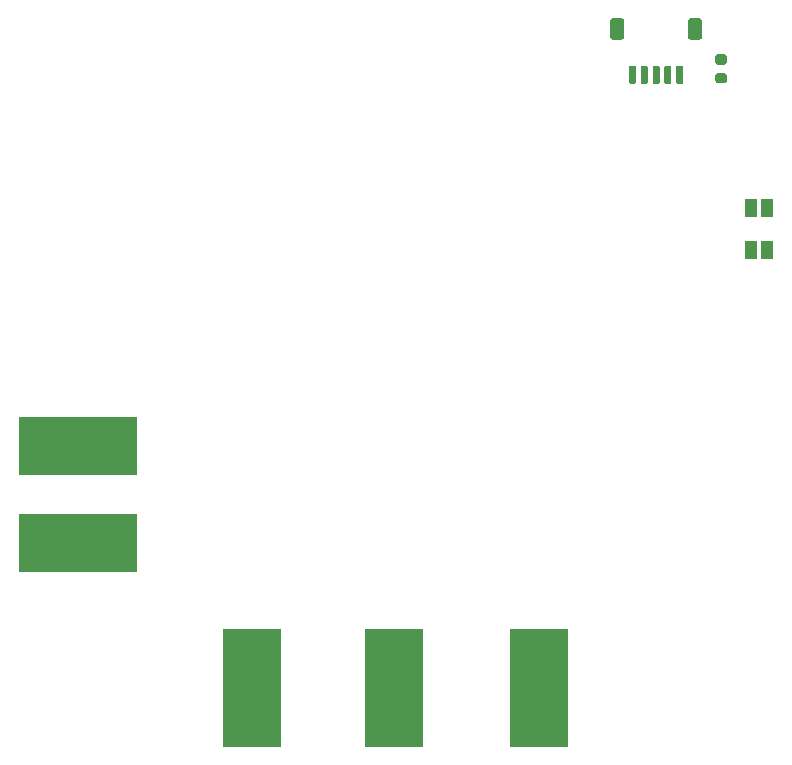
<source format=gbr>
G04 #@! TF.GenerationSoftware,KiCad,Pcbnew,(5.1.2)-2*
G04 #@! TF.CreationDate,2020-04-08T13:50:03-07:00*
G04 #@! TF.ProjectId,flatmcu,666c6174-6d63-4752-9e6b-696361645f70,rev?*
G04 #@! TF.SameCoordinates,PX1312d00PY1312d00*
G04 #@! TF.FileFunction,Paste,Bot*
G04 #@! TF.FilePolarity,Positive*
%FSLAX46Y46*%
G04 Gerber Fmt 4.6, Leading zero omitted, Abs format (unit mm)*
G04 Created by KiCad (PCBNEW (5.1.2)-2) date 2020-04-08 13:50:03*
%MOMM*%
%LPD*%
G04 APERTURE LIST*
%ADD10C,0.100000*%
%ADD11C,1.200000*%
%ADD12C,0.600000*%
%ADD13C,0.875000*%
%ADD14R,1.000000X1.500000*%
%ADD15R,5.000000X10.000000*%
%ADD16R,10.000000X5.000000*%
G04 APERTURE END LIST*
D10*
G36*
X63424505Y-5876204D02*
G01*
X63448773Y-5879804D01*
X63472572Y-5885765D01*
X63495671Y-5894030D01*
X63517850Y-5904520D01*
X63538893Y-5917132D01*
X63558599Y-5931747D01*
X63576777Y-5948223D01*
X63593253Y-5966401D01*
X63607868Y-5986107D01*
X63620480Y-6007150D01*
X63630970Y-6029329D01*
X63639235Y-6052428D01*
X63645196Y-6076227D01*
X63648796Y-6100495D01*
X63650000Y-6124999D01*
X63650000Y-7425001D01*
X63648796Y-7449505D01*
X63645196Y-7473773D01*
X63639235Y-7497572D01*
X63630970Y-7520671D01*
X63620480Y-7542850D01*
X63607868Y-7563893D01*
X63593253Y-7583599D01*
X63576777Y-7601777D01*
X63558599Y-7618253D01*
X63538893Y-7632868D01*
X63517850Y-7645480D01*
X63495671Y-7655970D01*
X63472572Y-7664235D01*
X63448773Y-7670196D01*
X63424505Y-7673796D01*
X63400001Y-7675000D01*
X62699999Y-7675000D01*
X62675495Y-7673796D01*
X62651227Y-7670196D01*
X62627428Y-7664235D01*
X62604329Y-7655970D01*
X62582150Y-7645480D01*
X62561107Y-7632868D01*
X62541401Y-7618253D01*
X62523223Y-7601777D01*
X62506747Y-7583599D01*
X62492132Y-7563893D01*
X62479520Y-7542850D01*
X62469030Y-7520671D01*
X62460765Y-7497572D01*
X62454804Y-7473773D01*
X62451204Y-7449505D01*
X62450000Y-7425001D01*
X62450000Y-6124999D01*
X62451204Y-6100495D01*
X62454804Y-6076227D01*
X62460765Y-6052428D01*
X62469030Y-6029329D01*
X62479520Y-6007150D01*
X62492132Y-5986107D01*
X62506747Y-5966401D01*
X62523223Y-5948223D01*
X62541401Y-5931747D01*
X62561107Y-5917132D01*
X62582150Y-5904520D01*
X62604329Y-5894030D01*
X62627428Y-5885765D01*
X62651227Y-5879804D01*
X62675495Y-5876204D01*
X62699999Y-5875000D01*
X63400001Y-5875000D01*
X63424505Y-5876204D01*
X63424505Y-5876204D01*
G37*
D11*
X63050000Y-6775000D03*
D10*
G36*
X56824505Y-5876204D02*
G01*
X56848773Y-5879804D01*
X56872572Y-5885765D01*
X56895671Y-5894030D01*
X56917850Y-5904520D01*
X56938893Y-5917132D01*
X56958599Y-5931747D01*
X56976777Y-5948223D01*
X56993253Y-5966401D01*
X57007868Y-5986107D01*
X57020480Y-6007150D01*
X57030970Y-6029329D01*
X57039235Y-6052428D01*
X57045196Y-6076227D01*
X57048796Y-6100495D01*
X57050000Y-6124999D01*
X57050000Y-7425001D01*
X57048796Y-7449505D01*
X57045196Y-7473773D01*
X57039235Y-7497572D01*
X57030970Y-7520671D01*
X57020480Y-7542850D01*
X57007868Y-7563893D01*
X56993253Y-7583599D01*
X56976777Y-7601777D01*
X56958599Y-7618253D01*
X56938893Y-7632868D01*
X56917850Y-7645480D01*
X56895671Y-7655970D01*
X56872572Y-7664235D01*
X56848773Y-7670196D01*
X56824505Y-7673796D01*
X56800001Y-7675000D01*
X56099999Y-7675000D01*
X56075495Y-7673796D01*
X56051227Y-7670196D01*
X56027428Y-7664235D01*
X56004329Y-7655970D01*
X55982150Y-7645480D01*
X55961107Y-7632868D01*
X55941401Y-7618253D01*
X55923223Y-7601777D01*
X55906747Y-7583599D01*
X55892132Y-7563893D01*
X55879520Y-7542850D01*
X55869030Y-7520671D01*
X55860765Y-7497572D01*
X55854804Y-7473773D01*
X55851204Y-7449505D01*
X55850000Y-7425001D01*
X55850000Y-6124999D01*
X55851204Y-6100495D01*
X55854804Y-6076227D01*
X55860765Y-6052428D01*
X55869030Y-6029329D01*
X55879520Y-6007150D01*
X55892132Y-5986107D01*
X55906747Y-5966401D01*
X55923223Y-5948223D01*
X55941401Y-5931747D01*
X55961107Y-5917132D01*
X55982150Y-5904520D01*
X56004329Y-5894030D01*
X56027428Y-5885765D01*
X56051227Y-5879804D01*
X56075495Y-5876204D01*
X56099999Y-5875000D01*
X56800001Y-5875000D01*
X56824505Y-5876204D01*
X56824505Y-5876204D01*
G37*
D11*
X56450000Y-6775000D03*
D10*
G36*
X61914703Y-9875722D02*
G01*
X61929264Y-9877882D01*
X61943543Y-9881459D01*
X61957403Y-9886418D01*
X61970710Y-9892712D01*
X61983336Y-9900280D01*
X61995159Y-9909048D01*
X62006066Y-9918934D01*
X62015952Y-9929841D01*
X62024720Y-9941664D01*
X62032288Y-9954290D01*
X62038582Y-9967597D01*
X62043541Y-9981457D01*
X62047118Y-9995736D01*
X62049278Y-10010297D01*
X62050000Y-10025000D01*
X62050000Y-11275000D01*
X62049278Y-11289703D01*
X62047118Y-11304264D01*
X62043541Y-11318543D01*
X62038582Y-11332403D01*
X62032288Y-11345710D01*
X62024720Y-11358336D01*
X62015952Y-11370159D01*
X62006066Y-11381066D01*
X61995159Y-11390952D01*
X61983336Y-11399720D01*
X61970710Y-11407288D01*
X61957403Y-11413582D01*
X61943543Y-11418541D01*
X61929264Y-11422118D01*
X61914703Y-11424278D01*
X61900000Y-11425000D01*
X61600000Y-11425000D01*
X61585297Y-11424278D01*
X61570736Y-11422118D01*
X61556457Y-11418541D01*
X61542597Y-11413582D01*
X61529290Y-11407288D01*
X61516664Y-11399720D01*
X61504841Y-11390952D01*
X61493934Y-11381066D01*
X61484048Y-11370159D01*
X61475280Y-11358336D01*
X61467712Y-11345710D01*
X61461418Y-11332403D01*
X61456459Y-11318543D01*
X61452882Y-11304264D01*
X61450722Y-11289703D01*
X61450000Y-11275000D01*
X61450000Y-10025000D01*
X61450722Y-10010297D01*
X61452882Y-9995736D01*
X61456459Y-9981457D01*
X61461418Y-9967597D01*
X61467712Y-9954290D01*
X61475280Y-9941664D01*
X61484048Y-9929841D01*
X61493934Y-9918934D01*
X61504841Y-9909048D01*
X61516664Y-9900280D01*
X61529290Y-9892712D01*
X61542597Y-9886418D01*
X61556457Y-9881459D01*
X61570736Y-9877882D01*
X61585297Y-9875722D01*
X61600000Y-9875000D01*
X61900000Y-9875000D01*
X61914703Y-9875722D01*
X61914703Y-9875722D01*
G37*
D12*
X61750000Y-10650000D03*
D10*
G36*
X60914703Y-9875722D02*
G01*
X60929264Y-9877882D01*
X60943543Y-9881459D01*
X60957403Y-9886418D01*
X60970710Y-9892712D01*
X60983336Y-9900280D01*
X60995159Y-9909048D01*
X61006066Y-9918934D01*
X61015952Y-9929841D01*
X61024720Y-9941664D01*
X61032288Y-9954290D01*
X61038582Y-9967597D01*
X61043541Y-9981457D01*
X61047118Y-9995736D01*
X61049278Y-10010297D01*
X61050000Y-10025000D01*
X61050000Y-11275000D01*
X61049278Y-11289703D01*
X61047118Y-11304264D01*
X61043541Y-11318543D01*
X61038582Y-11332403D01*
X61032288Y-11345710D01*
X61024720Y-11358336D01*
X61015952Y-11370159D01*
X61006066Y-11381066D01*
X60995159Y-11390952D01*
X60983336Y-11399720D01*
X60970710Y-11407288D01*
X60957403Y-11413582D01*
X60943543Y-11418541D01*
X60929264Y-11422118D01*
X60914703Y-11424278D01*
X60900000Y-11425000D01*
X60600000Y-11425000D01*
X60585297Y-11424278D01*
X60570736Y-11422118D01*
X60556457Y-11418541D01*
X60542597Y-11413582D01*
X60529290Y-11407288D01*
X60516664Y-11399720D01*
X60504841Y-11390952D01*
X60493934Y-11381066D01*
X60484048Y-11370159D01*
X60475280Y-11358336D01*
X60467712Y-11345710D01*
X60461418Y-11332403D01*
X60456459Y-11318543D01*
X60452882Y-11304264D01*
X60450722Y-11289703D01*
X60450000Y-11275000D01*
X60450000Y-10025000D01*
X60450722Y-10010297D01*
X60452882Y-9995736D01*
X60456459Y-9981457D01*
X60461418Y-9967597D01*
X60467712Y-9954290D01*
X60475280Y-9941664D01*
X60484048Y-9929841D01*
X60493934Y-9918934D01*
X60504841Y-9909048D01*
X60516664Y-9900280D01*
X60529290Y-9892712D01*
X60542597Y-9886418D01*
X60556457Y-9881459D01*
X60570736Y-9877882D01*
X60585297Y-9875722D01*
X60600000Y-9875000D01*
X60900000Y-9875000D01*
X60914703Y-9875722D01*
X60914703Y-9875722D01*
G37*
D12*
X60750000Y-10650000D03*
D10*
G36*
X59914703Y-9875722D02*
G01*
X59929264Y-9877882D01*
X59943543Y-9881459D01*
X59957403Y-9886418D01*
X59970710Y-9892712D01*
X59983336Y-9900280D01*
X59995159Y-9909048D01*
X60006066Y-9918934D01*
X60015952Y-9929841D01*
X60024720Y-9941664D01*
X60032288Y-9954290D01*
X60038582Y-9967597D01*
X60043541Y-9981457D01*
X60047118Y-9995736D01*
X60049278Y-10010297D01*
X60050000Y-10025000D01*
X60050000Y-11275000D01*
X60049278Y-11289703D01*
X60047118Y-11304264D01*
X60043541Y-11318543D01*
X60038582Y-11332403D01*
X60032288Y-11345710D01*
X60024720Y-11358336D01*
X60015952Y-11370159D01*
X60006066Y-11381066D01*
X59995159Y-11390952D01*
X59983336Y-11399720D01*
X59970710Y-11407288D01*
X59957403Y-11413582D01*
X59943543Y-11418541D01*
X59929264Y-11422118D01*
X59914703Y-11424278D01*
X59900000Y-11425000D01*
X59600000Y-11425000D01*
X59585297Y-11424278D01*
X59570736Y-11422118D01*
X59556457Y-11418541D01*
X59542597Y-11413582D01*
X59529290Y-11407288D01*
X59516664Y-11399720D01*
X59504841Y-11390952D01*
X59493934Y-11381066D01*
X59484048Y-11370159D01*
X59475280Y-11358336D01*
X59467712Y-11345710D01*
X59461418Y-11332403D01*
X59456459Y-11318543D01*
X59452882Y-11304264D01*
X59450722Y-11289703D01*
X59450000Y-11275000D01*
X59450000Y-10025000D01*
X59450722Y-10010297D01*
X59452882Y-9995736D01*
X59456459Y-9981457D01*
X59461418Y-9967597D01*
X59467712Y-9954290D01*
X59475280Y-9941664D01*
X59484048Y-9929841D01*
X59493934Y-9918934D01*
X59504841Y-9909048D01*
X59516664Y-9900280D01*
X59529290Y-9892712D01*
X59542597Y-9886418D01*
X59556457Y-9881459D01*
X59570736Y-9877882D01*
X59585297Y-9875722D01*
X59600000Y-9875000D01*
X59900000Y-9875000D01*
X59914703Y-9875722D01*
X59914703Y-9875722D01*
G37*
D12*
X59750000Y-10650000D03*
D10*
G36*
X58914703Y-9875722D02*
G01*
X58929264Y-9877882D01*
X58943543Y-9881459D01*
X58957403Y-9886418D01*
X58970710Y-9892712D01*
X58983336Y-9900280D01*
X58995159Y-9909048D01*
X59006066Y-9918934D01*
X59015952Y-9929841D01*
X59024720Y-9941664D01*
X59032288Y-9954290D01*
X59038582Y-9967597D01*
X59043541Y-9981457D01*
X59047118Y-9995736D01*
X59049278Y-10010297D01*
X59050000Y-10025000D01*
X59050000Y-11275000D01*
X59049278Y-11289703D01*
X59047118Y-11304264D01*
X59043541Y-11318543D01*
X59038582Y-11332403D01*
X59032288Y-11345710D01*
X59024720Y-11358336D01*
X59015952Y-11370159D01*
X59006066Y-11381066D01*
X58995159Y-11390952D01*
X58983336Y-11399720D01*
X58970710Y-11407288D01*
X58957403Y-11413582D01*
X58943543Y-11418541D01*
X58929264Y-11422118D01*
X58914703Y-11424278D01*
X58900000Y-11425000D01*
X58600000Y-11425000D01*
X58585297Y-11424278D01*
X58570736Y-11422118D01*
X58556457Y-11418541D01*
X58542597Y-11413582D01*
X58529290Y-11407288D01*
X58516664Y-11399720D01*
X58504841Y-11390952D01*
X58493934Y-11381066D01*
X58484048Y-11370159D01*
X58475280Y-11358336D01*
X58467712Y-11345710D01*
X58461418Y-11332403D01*
X58456459Y-11318543D01*
X58452882Y-11304264D01*
X58450722Y-11289703D01*
X58450000Y-11275000D01*
X58450000Y-10025000D01*
X58450722Y-10010297D01*
X58452882Y-9995736D01*
X58456459Y-9981457D01*
X58461418Y-9967597D01*
X58467712Y-9954290D01*
X58475280Y-9941664D01*
X58484048Y-9929841D01*
X58493934Y-9918934D01*
X58504841Y-9909048D01*
X58516664Y-9900280D01*
X58529290Y-9892712D01*
X58542597Y-9886418D01*
X58556457Y-9881459D01*
X58570736Y-9877882D01*
X58585297Y-9875722D01*
X58600000Y-9875000D01*
X58900000Y-9875000D01*
X58914703Y-9875722D01*
X58914703Y-9875722D01*
G37*
D12*
X58750000Y-10650000D03*
D10*
G36*
X57914703Y-9875722D02*
G01*
X57929264Y-9877882D01*
X57943543Y-9881459D01*
X57957403Y-9886418D01*
X57970710Y-9892712D01*
X57983336Y-9900280D01*
X57995159Y-9909048D01*
X58006066Y-9918934D01*
X58015952Y-9929841D01*
X58024720Y-9941664D01*
X58032288Y-9954290D01*
X58038582Y-9967597D01*
X58043541Y-9981457D01*
X58047118Y-9995736D01*
X58049278Y-10010297D01*
X58050000Y-10025000D01*
X58050000Y-11275000D01*
X58049278Y-11289703D01*
X58047118Y-11304264D01*
X58043541Y-11318543D01*
X58038582Y-11332403D01*
X58032288Y-11345710D01*
X58024720Y-11358336D01*
X58015952Y-11370159D01*
X58006066Y-11381066D01*
X57995159Y-11390952D01*
X57983336Y-11399720D01*
X57970710Y-11407288D01*
X57957403Y-11413582D01*
X57943543Y-11418541D01*
X57929264Y-11422118D01*
X57914703Y-11424278D01*
X57900000Y-11425000D01*
X57600000Y-11425000D01*
X57585297Y-11424278D01*
X57570736Y-11422118D01*
X57556457Y-11418541D01*
X57542597Y-11413582D01*
X57529290Y-11407288D01*
X57516664Y-11399720D01*
X57504841Y-11390952D01*
X57493934Y-11381066D01*
X57484048Y-11370159D01*
X57475280Y-11358336D01*
X57467712Y-11345710D01*
X57461418Y-11332403D01*
X57456459Y-11318543D01*
X57452882Y-11304264D01*
X57450722Y-11289703D01*
X57450000Y-11275000D01*
X57450000Y-10025000D01*
X57450722Y-10010297D01*
X57452882Y-9995736D01*
X57456459Y-9981457D01*
X57461418Y-9967597D01*
X57467712Y-9954290D01*
X57475280Y-9941664D01*
X57484048Y-9929841D01*
X57493934Y-9918934D01*
X57504841Y-9909048D01*
X57516664Y-9900280D01*
X57529290Y-9892712D01*
X57542597Y-9886418D01*
X57556457Y-9881459D01*
X57570736Y-9877882D01*
X57585297Y-9875722D01*
X57600000Y-9875000D01*
X57900000Y-9875000D01*
X57914703Y-9875722D01*
X57914703Y-9875722D01*
G37*
D12*
X57750000Y-10650000D03*
D10*
G36*
X65527691Y-8926053D02*
G01*
X65548926Y-8929203D01*
X65569750Y-8934419D01*
X65589962Y-8941651D01*
X65609368Y-8950830D01*
X65627781Y-8961866D01*
X65645024Y-8974654D01*
X65660930Y-8989070D01*
X65675346Y-9004976D01*
X65688134Y-9022219D01*
X65699170Y-9040632D01*
X65708349Y-9060038D01*
X65715581Y-9080250D01*
X65720797Y-9101074D01*
X65723947Y-9122309D01*
X65725000Y-9143750D01*
X65725000Y-9581250D01*
X65723947Y-9602691D01*
X65720797Y-9623926D01*
X65715581Y-9644750D01*
X65708349Y-9664962D01*
X65699170Y-9684368D01*
X65688134Y-9702781D01*
X65675346Y-9720024D01*
X65660930Y-9735930D01*
X65645024Y-9750346D01*
X65627781Y-9763134D01*
X65609368Y-9774170D01*
X65589962Y-9783349D01*
X65569750Y-9790581D01*
X65548926Y-9795797D01*
X65527691Y-9798947D01*
X65506250Y-9800000D01*
X64993750Y-9800000D01*
X64972309Y-9798947D01*
X64951074Y-9795797D01*
X64930250Y-9790581D01*
X64910038Y-9783349D01*
X64890632Y-9774170D01*
X64872219Y-9763134D01*
X64854976Y-9750346D01*
X64839070Y-9735930D01*
X64824654Y-9720024D01*
X64811866Y-9702781D01*
X64800830Y-9684368D01*
X64791651Y-9664962D01*
X64784419Y-9644750D01*
X64779203Y-9623926D01*
X64776053Y-9602691D01*
X64775000Y-9581250D01*
X64775000Y-9143750D01*
X64776053Y-9122309D01*
X64779203Y-9101074D01*
X64784419Y-9080250D01*
X64791651Y-9060038D01*
X64800830Y-9040632D01*
X64811866Y-9022219D01*
X64824654Y-9004976D01*
X64839070Y-8989070D01*
X64854976Y-8974654D01*
X64872219Y-8961866D01*
X64890632Y-8950830D01*
X64910038Y-8941651D01*
X64930250Y-8934419D01*
X64951074Y-8929203D01*
X64972309Y-8926053D01*
X64993750Y-8925000D01*
X65506250Y-8925000D01*
X65527691Y-8926053D01*
X65527691Y-8926053D01*
G37*
D13*
X65250000Y-9362500D03*
D10*
G36*
X65527691Y-10501053D02*
G01*
X65548926Y-10504203D01*
X65569750Y-10509419D01*
X65589962Y-10516651D01*
X65609368Y-10525830D01*
X65627781Y-10536866D01*
X65645024Y-10549654D01*
X65660930Y-10564070D01*
X65675346Y-10579976D01*
X65688134Y-10597219D01*
X65699170Y-10615632D01*
X65708349Y-10635038D01*
X65715581Y-10655250D01*
X65720797Y-10676074D01*
X65723947Y-10697309D01*
X65725000Y-10718750D01*
X65725000Y-11156250D01*
X65723947Y-11177691D01*
X65720797Y-11198926D01*
X65715581Y-11219750D01*
X65708349Y-11239962D01*
X65699170Y-11259368D01*
X65688134Y-11277781D01*
X65675346Y-11295024D01*
X65660930Y-11310930D01*
X65645024Y-11325346D01*
X65627781Y-11338134D01*
X65609368Y-11349170D01*
X65589962Y-11358349D01*
X65569750Y-11365581D01*
X65548926Y-11370797D01*
X65527691Y-11373947D01*
X65506250Y-11375000D01*
X64993750Y-11375000D01*
X64972309Y-11373947D01*
X64951074Y-11370797D01*
X64930250Y-11365581D01*
X64910038Y-11358349D01*
X64890632Y-11349170D01*
X64872219Y-11338134D01*
X64854976Y-11325346D01*
X64839070Y-11310930D01*
X64824654Y-11295024D01*
X64811866Y-11277781D01*
X64800830Y-11259368D01*
X64791651Y-11239962D01*
X64784419Y-11219750D01*
X64779203Y-11198926D01*
X64776053Y-11177691D01*
X64775000Y-11156250D01*
X64775000Y-10718750D01*
X64776053Y-10697309D01*
X64779203Y-10676074D01*
X64784419Y-10655250D01*
X64791651Y-10635038D01*
X64800830Y-10615632D01*
X64811866Y-10597219D01*
X64824654Y-10579976D01*
X64839070Y-10564070D01*
X64854976Y-10549654D01*
X64872219Y-10536866D01*
X64890632Y-10525830D01*
X64910038Y-10516651D01*
X64930250Y-10509419D01*
X64951074Y-10504203D01*
X64972309Y-10501053D01*
X64993750Y-10500000D01*
X65506250Y-10500000D01*
X65527691Y-10501053D01*
X65527691Y-10501053D01*
G37*
D13*
X65250000Y-10937500D03*
D14*
X67750000Y-21950000D03*
X69150000Y-21950000D03*
X67750000Y-25450000D03*
X69150000Y-25450000D03*
D15*
X25550000Y-62550000D03*
X37550000Y-62550000D03*
X49800000Y-62550000D03*
D16*
X10800000Y-50300000D03*
X10800000Y-42050000D03*
M02*

</source>
